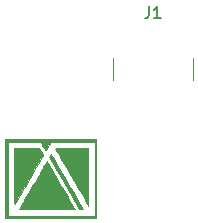
<source format=gto>
G04 #@! TF.GenerationSoftware,KiCad,Pcbnew,(5.1.5-0)*
G04 #@! TF.CreationDate,2020-06-12T16:42:37+02:00*
G04 #@! TF.ProjectId,cible,6369626c-652e-46b6-9963-61645f706362,rev?*
G04 #@! TF.SameCoordinates,Original*
G04 #@! TF.FileFunction,Legend,Top*
G04 #@! TF.FilePolarity,Positive*
%FSLAX46Y46*%
G04 Gerber Fmt 4.6, Leading zero omitted, Abs format (unit mm)*
G04 Created by KiCad (PCBNEW (5.1.5-0)) date 2020-06-12 16:42:37*
%MOMM*%
%LPD*%
G04 APERTURE LIST*
%ADD10C,0.120000*%
%ADD11C,0.010000*%
%ADD12C,0.150000*%
G04 APERTURE END LIST*
D10*
X129355000Y-85060000D02*
X129355000Y-86940000D01*
X122645000Y-85060000D02*
X122645000Y-86940000D01*
D11*
G36*
X116540582Y-92964113D02*
G01*
X116609257Y-93090421D01*
X116657010Y-93199232D01*
X116675701Y-93271291D01*
X116674801Y-93281613D01*
X116654164Y-93323388D01*
X116600283Y-93422503D01*
X116516260Y-93573483D01*
X116405199Y-93770856D01*
X116270203Y-94009148D01*
X116114375Y-94282885D01*
X115940819Y-94586594D01*
X115752636Y-94914802D01*
X115552931Y-95262035D01*
X115497139Y-95358857D01*
X115294279Y-95710783D01*
X115101424Y-96045394D01*
X114921750Y-96357179D01*
X114758432Y-96640622D01*
X114614649Y-96890210D01*
X114493574Y-97100430D01*
X114398386Y-97265768D01*
X114332259Y-97380711D01*
X114298371Y-97439743D01*
X114295215Y-97445286D01*
X114286627Y-97442191D01*
X114279180Y-97398099D01*
X114272811Y-97309529D01*
X114267457Y-97173000D01*
X114263054Y-96985032D01*
X114259541Y-96742144D01*
X114256854Y-96440855D01*
X114254931Y-96077686D01*
X114253708Y-95649154D01*
X114253123Y-95151779D01*
X114253104Y-95113929D01*
X114252000Y-92710000D01*
X116389616Y-92710000D01*
X116540582Y-92964113D01*
G37*
X116540582Y-92964113D02*
X116609257Y-93090421D01*
X116657010Y-93199232D01*
X116675701Y-93271291D01*
X116674801Y-93281613D01*
X116654164Y-93323388D01*
X116600283Y-93422503D01*
X116516260Y-93573483D01*
X116405199Y-93770856D01*
X116270203Y-94009148D01*
X116114375Y-94282885D01*
X115940819Y-94586594D01*
X115752636Y-94914802D01*
X115552931Y-95262035D01*
X115497139Y-95358857D01*
X115294279Y-95710783D01*
X115101424Y-96045394D01*
X114921750Y-96357179D01*
X114758432Y-96640622D01*
X114614649Y-96890210D01*
X114493574Y-97100430D01*
X114398386Y-97265768D01*
X114332259Y-97380711D01*
X114298371Y-97439743D01*
X114295215Y-97445286D01*
X114286627Y-97442191D01*
X114279180Y-97398099D01*
X114272811Y-97309529D01*
X114267457Y-97173000D01*
X114263054Y-96985032D01*
X114259541Y-96742144D01*
X114256854Y-96440855D01*
X114254931Y-96077686D01*
X114253708Y-95649154D01*
X114253123Y-95151779D01*
X114253104Y-95113929D01*
X114252000Y-92710000D01*
X116389616Y-92710000D01*
X116540582Y-92964113D01*
G36*
X120529429Y-95141143D02*
G01*
X120529297Y-95553830D01*
X120528917Y-95944422D01*
X120528310Y-96306987D01*
X120527499Y-96635596D01*
X120526506Y-96924317D01*
X120525352Y-97167220D01*
X120524061Y-97358375D01*
X120522654Y-97491851D01*
X120521153Y-97561717D01*
X120520357Y-97570945D01*
X120501274Y-97540068D01*
X120448837Y-97451091D01*
X120365843Y-97308846D01*
X120255086Y-97118161D01*
X120119359Y-96883865D01*
X119961459Y-96610790D01*
X119784180Y-96303764D01*
X119590316Y-95967616D01*
X119382662Y-95607177D01*
X119164013Y-95227277D01*
X119132429Y-95172370D01*
X118912166Y-94789281D01*
X118702459Y-94424263D01*
X118506117Y-94082224D01*
X118325951Y-93768075D01*
X118164772Y-93486724D01*
X118025389Y-93243082D01*
X117910613Y-93042056D01*
X117823255Y-92888558D01*
X117766125Y-92787496D01*
X117742034Y-92743780D01*
X117741476Y-92742568D01*
X117773688Y-92734805D01*
X117872097Y-92727830D01*
X118030332Y-92721792D01*
X118242023Y-92716840D01*
X118500797Y-92713125D01*
X118800283Y-92710795D01*
X119129405Y-92710000D01*
X120529429Y-92710000D01*
X120529429Y-95141143D01*
G37*
X120529429Y-95141143D02*
X120529297Y-95553830D01*
X120528917Y-95944422D01*
X120528310Y-96306987D01*
X120527499Y-96635596D01*
X120526506Y-96924317D01*
X120525352Y-97167220D01*
X120524061Y-97358375D01*
X120522654Y-97491851D01*
X120521153Y-97561717D01*
X120520357Y-97570945D01*
X120501274Y-97540068D01*
X120448837Y-97451091D01*
X120365843Y-97308846D01*
X120255086Y-97118161D01*
X120119359Y-96883865D01*
X119961459Y-96610790D01*
X119784180Y-96303764D01*
X119590316Y-95967616D01*
X119382662Y-95607177D01*
X119164013Y-95227277D01*
X119132429Y-95172370D01*
X118912166Y-94789281D01*
X118702459Y-94424263D01*
X118506117Y-94082224D01*
X118325951Y-93768075D01*
X118164772Y-93486724D01*
X118025389Y-93243082D01*
X117910613Y-93042056D01*
X117823255Y-92888558D01*
X117766125Y-92787496D01*
X117742034Y-92743780D01*
X117741476Y-92742568D01*
X117773688Y-92734805D01*
X117872097Y-92727830D01*
X118030332Y-92721792D01*
X118242023Y-92716840D01*
X118500797Y-92713125D01*
X118800283Y-92710795D01*
X119129405Y-92710000D01*
X120529429Y-92710000D01*
X120529429Y-95141143D01*
G36*
X117391800Y-93250287D02*
G01*
X117444487Y-93337957D01*
X117526358Y-93476610D01*
X117633958Y-93660260D01*
X117763832Y-93882919D01*
X117912525Y-94138599D01*
X118076582Y-94421313D01*
X118252548Y-94725074D01*
X118436969Y-95043893D01*
X118626388Y-95371783D01*
X118817352Y-95702758D01*
X119006405Y-96030828D01*
X119190092Y-96350007D01*
X119364959Y-96654307D01*
X119527550Y-96937741D01*
X119674411Y-97194321D01*
X119802086Y-97418059D01*
X119907121Y-97602968D01*
X119986060Y-97743060D01*
X120035450Y-97832349D01*
X120051667Y-97863970D01*
X120027559Y-97885688D01*
X119952629Y-97897889D01*
X119919182Y-97898857D01*
X119774601Y-97898857D01*
X118513731Y-95712643D01*
X118302996Y-95347233D01*
X118102822Y-95000102D01*
X117916170Y-94676388D01*
X117746004Y-94381231D01*
X117595285Y-94119771D01*
X117466977Y-93897146D01*
X117364041Y-93718496D01*
X117289441Y-93588961D01*
X117246138Y-93513680D01*
X117236095Y-93496126D01*
X117241501Y-93450650D01*
X117271622Y-93373509D01*
X117313130Y-93291866D01*
X117352701Y-93232886D01*
X117371752Y-93219590D01*
X117391800Y-93250287D01*
G37*
X117391800Y-93250287D02*
X117444487Y-93337957D01*
X117526358Y-93476610D01*
X117633958Y-93660260D01*
X117763832Y-93882919D01*
X117912525Y-94138599D01*
X118076582Y-94421313D01*
X118252548Y-94725074D01*
X118436969Y-95043893D01*
X118626388Y-95371783D01*
X118817352Y-95702758D01*
X119006405Y-96030828D01*
X119190092Y-96350007D01*
X119364959Y-96654307D01*
X119527550Y-96937741D01*
X119674411Y-97194321D01*
X119802086Y-97418059D01*
X119907121Y-97602968D01*
X119986060Y-97743060D01*
X120035450Y-97832349D01*
X120051667Y-97863970D01*
X120027559Y-97885688D01*
X119952629Y-97897889D01*
X119919182Y-97898857D01*
X119774601Y-97898857D01*
X118513731Y-95712643D01*
X118302996Y-95347233D01*
X118102822Y-95000102D01*
X117916170Y-94676388D01*
X117746004Y-94381231D01*
X117595285Y-94119771D01*
X117466977Y-93897146D01*
X117364041Y-93718496D01*
X117289441Y-93588961D01*
X117246138Y-93513680D01*
X117236095Y-93496126D01*
X117241501Y-93450650D01*
X117271622Y-93373509D01*
X117313130Y-93291866D01*
X117352701Y-93232886D01*
X117371752Y-93219590D01*
X117391800Y-93250287D01*
G36*
X117052070Y-93845420D02*
G01*
X117106630Y-93938492D01*
X117189529Y-94081122D01*
X117297081Y-94266894D01*
X117425603Y-94489397D01*
X117571409Y-94742215D01*
X117730815Y-95018937D01*
X117900136Y-95313147D01*
X118075689Y-95618432D01*
X118253787Y-95928380D01*
X118430748Y-96236575D01*
X118602885Y-96536605D01*
X118766515Y-96822056D01*
X118917953Y-97086514D01*
X119053514Y-97323566D01*
X119169513Y-97526798D01*
X119262267Y-97689797D01*
X119328090Y-97806149D01*
X119363298Y-97869440D01*
X119368286Y-97879276D01*
X119333008Y-97882662D01*
X119231208Y-97885863D01*
X119068935Y-97888828D01*
X118852237Y-97891506D01*
X118587162Y-97893847D01*
X118279761Y-97895800D01*
X117936082Y-97897314D01*
X117562173Y-97898339D01*
X117164084Y-97898824D01*
X117027857Y-97898857D01*
X116623089Y-97898499D01*
X116240497Y-97897466D01*
X115886130Y-97895819D01*
X115566036Y-97893620D01*
X115286264Y-97890930D01*
X115052863Y-97887810D01*
X114871883Y-97884323D01*
X114749371Y-97880528D01*
X114691377Y-97876488D01*
X114687429Y-97875106D01*
X114704903Y-97840674D01*
X114754878Y-97750246D01*
X114833685Y-97610194D01*
X114937652Y-97426892D01*
X115063110Y-97206712D01*
X115206387Y-96956028D01*
X115363815Y-96681212D01*
X115531722Y-96388638D01*
X115706439Y-96084678D01*
X115884294Y-95775706D01*
X116061618Y-95468095D01*
X116234741Y-95168217D01*
X116399992Y-94882446D01*
X116553700Y-94617154D01*
X116692197Y-94378715D01*
X116811810Y-94173502D01*
X116908870Y-94007888D01*
X116979707Y-93888245D01*
X117020651Y-93820948D01*
X117029533Y-93808318D01*
X117052070Y-93845420D01*
G37*
X117052070Y-93845420D02*
X117106630Y-93938492D01*
X117189529Y-94081122D01*
X117297081Y-94266894D01*
X117425603Y-94489397D01*
X117571409Y-94742215D01*
X117730815Y-95018937D01*
X117900136Y-95313147D01*
X118075689Y-95618432D01*
X118253787Y-95928380D01*
X118430748Y-96236575D01*
X118602885Y-96536605D01*
X118766515Y-96822056D01*
X118917953Y-97086514D01*
X119053514Y-97323566D01*
X119169513Y-97526798D01*
X119262267Y-97689797D01*
X119328090Y-97806149D01*
X119363298Y-97869440D01*
X119368286Y-97879276D01*
X119333008Y-97882662D01*
X119231208Y-97885863D01*
X119068935Y-97888828D01*
X118852237Y-97891506D01*
X118587162Y-97893847D01*
X118279761Y-97895800D01*
X117936082Y-97897314D01*
X117562173Y-97898339D01*
X117164084Y-97898824D01*
X117027857Y-97898857D01*
X116623089Y-97898499D01*
X116240497Y-97897466D01*
X115886130Y-97895819D01*
X115566036Y-97893620D01*
X115286264Y-97890930D01*
X115052863Y-97887810D01*
X114871883Y-97884323D01*
X114749371Y-97880528D01*
X114691377Y-97876488D01*
X114687429Y-97875106D01*
X114704903Y-97840674D01*
X114754878Y-97750246D01*
X114833685Y-97610194D01*
X114937652Y-97426892D01*
X115063110Y-97206712D01*
X115206387Y-96956028D01*
X115363815Y-96681212D01*
X115531722Y-96388638D01*
X115706439Y-96084678D01*
X115884294Y-95775706D01*
X116061618Y-95468095D01*
X116234741Y-95168217D01*
X116399992Y-94882446D01*
X116553700Y-94617154D01*
X116692197Y-94378715D01*
X116811810Y-94173502D01*
X116908870Y-94007888D01*
X116979707Y-93888245D01*
X117020651Y-93820948D01*
X117029533Y-93808318D01*
X117052070Y-93845420D01*
G36*
X121182572Y-98588286D02*
G01*
X113453715Y-98588286D01*
X113453715Y-92165714D01*
X113707714Y-92165714D01*
X113707714Y-98443143D01*
X121073714Y-98443143D01*
X121073714Y-92165714D01*
X117351833Y-92165714D01*
X117150077Y-92517637D01*
X117065900Y-92660075D01*
X116991947Y-92777166D01*
X116936964Y-92855553D01*
X116911609Y-92881797D01*
X116871753Y-92861765D01*
X116825834Y-92796482D01*
X116824028Y-92792946D01*
X116782619Y-92712560D01*
X116719337Y-92591835D01*
X116646580Y-92454400D01*
X116632941Y-92428786D01*
X116492725Y-92165714D01*
X113707714Y-92165714D01*
X113453715Y-92165714D01*
X113453715Y-91911715D01*
X121182572Y-91911715D01*
X121182572Y-98588286D01*
G37*
X121182572Y-98588286D02*
X113453715Y-98588286D01*
X113453715Y-92165714D01*
X113707714Y-92165714D01*
X113707714Y-98443143D01*
X121073714Y-98443143D01*
X121073714Y-92165714D01*
X117351833Y-92165714D01*
X117150077Y-92517637D01*
X117065900Y-92660075D01*
X116991947Y-92777166D01*
X116936964Y-92855553D01*
X116911609Y-92881797D01*
X116871753Y-92861765D01*
X116825834Y-92796482D01*
X116824028Y-92792946D01*
X116782619Y-92712560D01*
X116719337Y-92591835D01*
X116646580Y-92454400D01*
X116632941Y-92428786D01*
X116492725Y-92165714D01*
X113707714Y-92165714D01*
X113453715Y-92165714D01*
X113453715Y-91911715D01*
X121182572Y-91911715D01*
X121182572Y-98588286D01*
D12*
X125666666Y-80702380D02*
X125666666Y-81416666D01*
X125619047Y-81559523D01*
X125523809Y-81654761D01*
X125380952Y-81702380D01*
X125285714Y-81702380D01*
X126666666Y-81702380D02*
X126095238Y-81702380D01*
X126380952Y-81702380D02*
X126380952Y-80702380D01*
X126285714Y-80845238D01*
X126190476Y-80940476D01*
X126095238Y-80988095D01*
M02*

</source>
